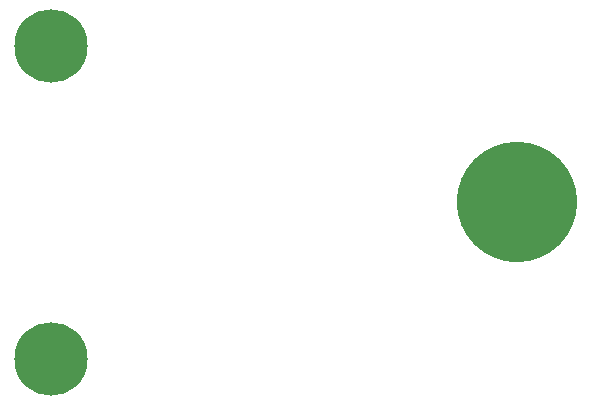
<source format=gbs>
G04*
G04 #@! TF.GenerationSoftware,Altium Limited,Altium Designer,18.0.9 (584)*
G04*
G04 Layer_Color=16711935*
%FSLAX25Y25*%
%MOIN*%
G70*
G01*
G75*
%ADD13C,0.24422*%
%ADD14C,0.40170*%
D13*
X-155512Y-52165D02*
D03*
Y52165D02*
D03*
D14*
X0Y0D02*
D03*
M02*

</source>
